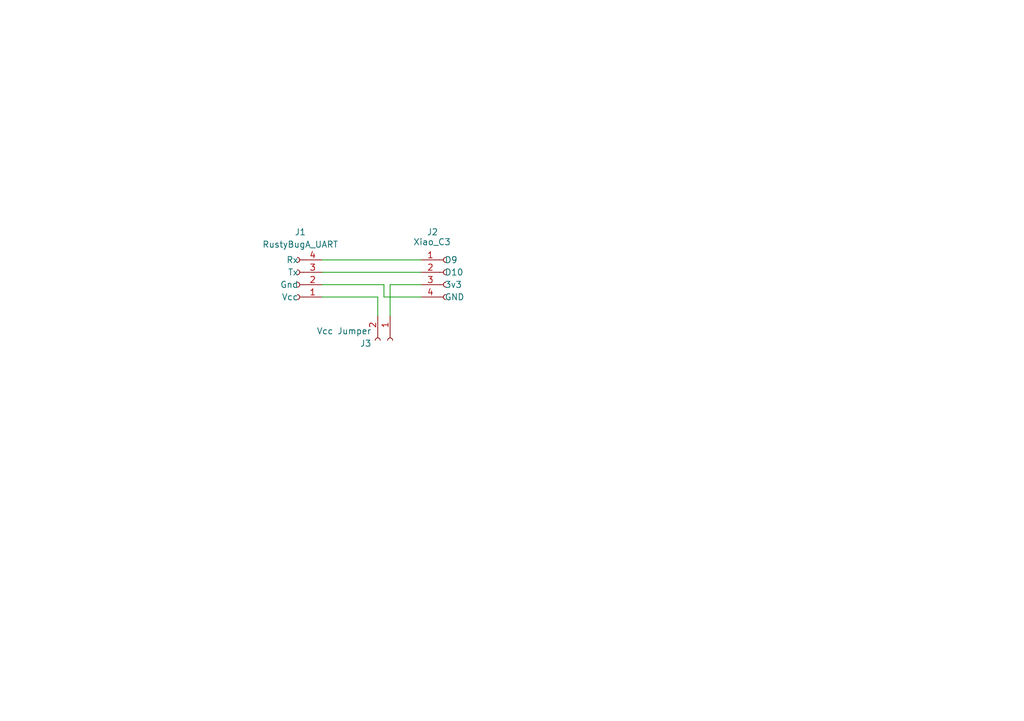
<source format=kicad_sch>
(kicad_sch (version 20250114) (generator "eeschema") (generator_version "9.0")
  (paper "A5")
  (title_block (title "RustyBugA_Gateway adapter") (rev "0"))
  (lib_symbols
    (symbol "Connector:Conn_01x02_Socket" (pin_names (offset 1.016) (hide yes))
      (property "Reference" "J" (at 0 2.54 0))
      (property "Value" "Conn_01x02_Socket" (at 0 -5.08 0))
      (symbol "Conn_01x02_Socket_1_1"
        (polyline (pts (xy -1.27 0) (xy -0.508 0)) (stroke (width 0.1524)))
        (polyline (pts (xy -1.27 -2.54) (xy -0.508 -2.54)) (stroke (width 0.1524)))
        (arc (start 0 -0.508) (mid -0.5058 0) (end 0 0.508) (stroke (width 0.1524)))
        (arc (start 0 -3.048) (mid -0.5058 -2.54) (end 0 -2.032) (stroke (width 0.1524)))
        (pin passive line (at -5.08 0 0) (length 3.81) (name "Pin_1") (number "1"))
        (pin passive line (at -5.08 -2.54 0) (length 3.81) (name "Pin_2") (number "2"))
      )
    )
    (symbol "xiaoC3_board_adapter:RustyBugA_UART_01x04_Socket" (pin_names (offset 1.016))
      (property "Reference" "J1" (at -1.27 3.81 0))
      (property "Value" "RustyBugA_UART" (at -1.27 1.27 0))
      (symbol "RustyBugA_UART_01x04_Socket_1_1"
        (arc (start -1.905 -1.397) (mid -1.3992 -1.905) (end -1.905 -2.413) (stroke (width 0.1524)))
        (arc (start -1.905 -3.937) (mid -1.3992 -4.445) (end -1.905 -4.953) (stroke (width 0.1524)))
        (arc (start -1.905 -6.477) (mid -1.3992 -6.985) (end -1.905 -7.493) (stroke (width 0.1524)))
        (arc (start -1.905 -9.017) (mid -1.3992 -9.525) (end -1.905 -10.033) (stroke (width 0.1524)))
        (polyline (pts (xy -0.635 -1.905) (xy -1.397 -1.905)) (stroke (width 0.1524)))
        (polyline (pts (xy -0.635 -4.445) (xy -1.397 -4.445)) (stroke (width 0.1524)))
        (polyline (pts (xy -0.635 -6.985) (xy -1.397 -6.985)) (stroke (width 0.1524)))
        (polyline (pts (xy -0.635 -9.525) (xy -1.397 -9.525)) (stroke (width 0.1524)))
        (pin passive line (at 3.175 -1.905 180) (length 3.81) (name "Rx") (number "4"))
        (pin passive line (at 3.175 -4.445 180) (length 3.81) (name "Tx") (number "3"))
        (pin passive line (at 3.175 -6.985 180) (length 3.81) (name "Gnd") (number "2"))
        (pin passive line (at 3.175 -9.525 180) (length 3.81) (name "Vcc") (number "1"))
      )
    )
    (symbol "xiaoC3_board_adapter:Xiao_C3_01x04_Socket" (pin_names (offset 1.016))
      (property "Reference" "J2" (at -9.652 5.08 0))
      (property "Value" "Xiao_C3" (at -12.446 3.048 0))
      (symbol "Xiao_C3_01x04_Socket_1_1"
        (polyline (pts (xy -6.985 -0.635) (xy -6.223 -0.635)) (stroke (width 0.1524)))
        (polyline (pts (xy -6.985 -3.175) (xy -6.223 -3.175)) (stroke (width 0.1524)))
        (polyline (pts (xy -6.985 -5.715) (xy -6.223 -5.715)) (stroke (width 0.1524)))
        (polyline (pts (xy -6.985 -8.255) (xy -6.223 -8.255)) (stroke (width 0.1524)))
        (arc (start -5.715 -1.143) (mid -6.2208 -0.635) (end -5.715 -0.127) (stroke (width 0.1524)))
        (arc (start -5.715 -3.683) (mid -6.2208 -3.175) (end -5.715 -2.667) (stroke (width 0.1524)))
        (arc (start -5.715 -6.223) (mid -6.2208 -5.715) (end -5.715 -5.207) (stroke (width 0.1524)))
        (arc (start -5.715 -8.763) (mid -6.2208 -8.255) (end -5.715 -7.747) (stroke (width 0.1524)))
        (pin passive line (at -10.795 -0.635 0) (length 3.81) (name "D9") (number "1"))
        (pin passive line (at -10.795 -3.175 0) (length 3.81) (name "D10") (number "2"))
        (pin passive line (at -10.795 -5.715 0) (length 3.81) (name "3v3") (number "3"))
        (pin passive line (at -10.795 -8.255 0) (length 3.81) (name "GND") (number "4"))
      )
    )
  )
  (wire (pts (xy 77.47 60.96) (xy 66.04 60.96)))
  (wire (pts (xy 78.74 58.42) (xy 78.74 60.96)))
  (wire (pts (xy 86.36 58.42) (xy 80.01 58.42)))
  (wire (pts (xy 78.74 60.96) (xy 86.36 60.96)))
  (wire (pts (xy 66.04 58.42) (xy 78.74 58.42)))
  (wire (pts (xy 66.04 55.88) (xy 86.36 55.88)))
  (wire (pts (xy 77.47 64.77) (xy 77.47 60.96)))
  (wire (pts (xy 80.01 58.42) (xy 80.01 64.77)))
  (wire (pts (xy 66.04 53.34) (xy 86.36 53.34)))
  (symbol (lib_id "xiaoC3_board_adapter:RustyBugA_UART_01x04_Socket") (at 62.865 51.435 0) (unit 1)
    (property "Reference" "J1" (at 61.595 47.625 0))
    (property "Value" "RustyBugA_UART" (at 61.595 50.165 0))
    (property "Footprint" "Connector_PinHeader_2.54mm:PinHeader_1x04_P2.54mm_Vertical" (effects (hide yes)))
    (property "Description" "Generic connector, single row, 01x04, script generated" (effects (hide yes)))
  )
  (symbol (lib_id "Connector:Conn_01x02_Socket") (at 80.01 69.85 270) (unit 1)
    (property "Reference" "J3" (at 76.2 70.4851 90) (effects (justify right)))
    (property "Value" "Vcc Jumper" (at 76.2 67.9451 90) (effects (justify right)))
    (property "Footprint" "Connector_PinSocket_2.54mm:PinSocket_1x02_P2.54mm_Vertical" (effects (hide yes)))
    (property "Description" "Generic connector, single row, 01x02, script generated" (effects (hide yes)))
  )
  (symbol (lib_id "xiaoC3_board_adapter:Xiao_C3_01x04_Socket") (at 97.155 52.705 0) (unit 1)
    (property "Reference" "J2" (at 87.503 47.625 0) (effects (justify left)))
    (property "Value" "Xiao_C3" (at 84.709 49.657 0) (effects (justify left)))
    (property "Footprint" "Connector_PinHeader_2.54mm:PinHeader_1x04_P2.54mm_Vertical" (effects (hide yes)))
    (property "Description" "Generic connector, single row, 01x04, script generated" (effects (hide yes)))
  )
)
</source>
